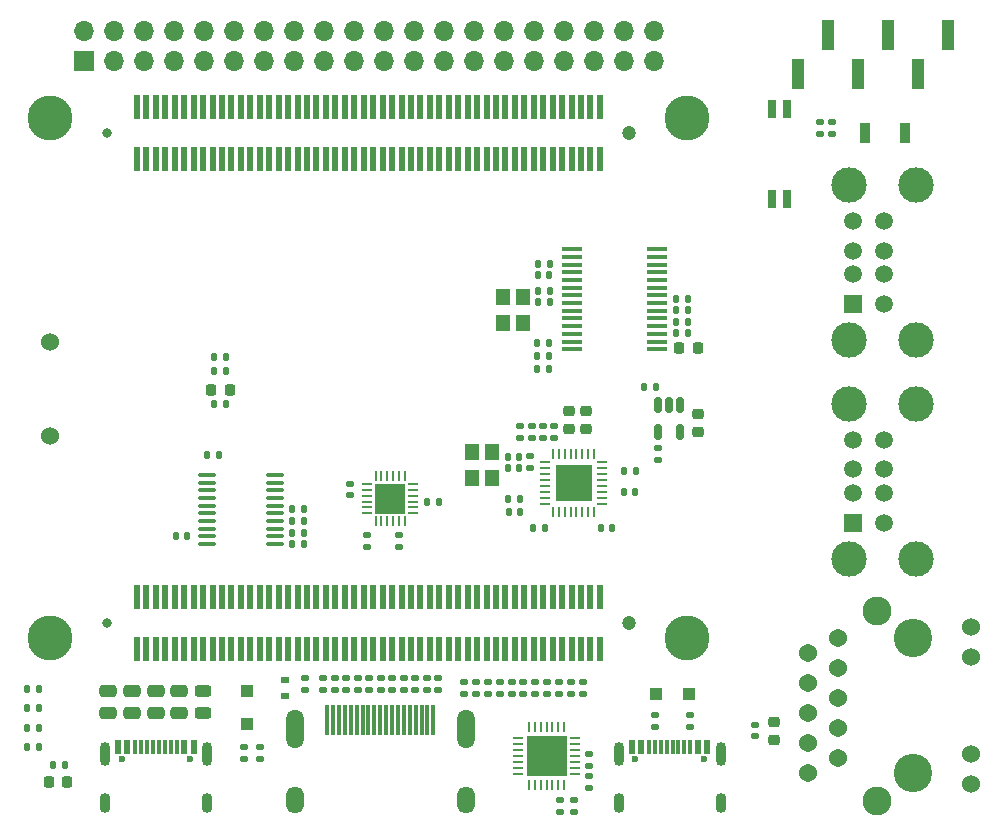
<source format=gbr>
G04 #@! TF.GenerationSoftware,KiCad,Pcbnew,7.0.6*
G04 #@! TF.CreationDate,2023-07-28T17:18:53+08:00*
G04 #@! TF.ProjectId,ZYNQ7000_MINIMB,5a594e51-3730-4303-905f-4d494e494d42,rev?*
G04 #@! TF.SameCoordinates,Original*
G04 #@! TF.FileFunction,Soldermask,Top*
G04 #@! TF.FilePolarity,Negative*
%FSLAX46Y46*%
G04 Gerber Fmt 4.6, Leading zero omitted, Abs format (unit mm)*
G04 Created by KiCad (PCBNEW 7.0.6) date 2023-07-28 17:18:53*
%MOMM*%
%LPD*%
G01*
G04 APERTURE LIST*
G04 Aperture macros list*
%AMRoundRect*
0 Rectangle with rounded corners*
0 $1 Rounding radius*
0 $2 $3 $4 $5 $6 $7 $8 $9 X,Y pos of 4 corners*
0 Add a 4 corners polygon primitive as box body*
4,1,4,$2,$3,$4,$5,$6,$7,$8,$9,$2,$3,0*
0 Add four circle primitives for the rounded corners*
1,1,$1+$1,$2,$3*
1,1,$1+$1,$4,$5*
1,1,$1+$1,$6,$7*
1,1,$1+$1,$8,$9*
0 Add four rect primitives between the rounded corners*
20,1,$1+$1,$2,$3,$4,$5,0*
20,1,$1+$1,$4,$5,$6,$7,0*
20,1,$1+$1,$6,$7,$8,$9,0*
20,1,$1+$1,$8,$9,$2,$3,0*%
G04 Aperture macros list end*
%ADD10RoundRect,0.135000X0.185000X-0.135000X0.185000X0.135000X-0.185000X0.135000X-0.185000X-0.135000X0*%
%ADD11RoundRect,0.135000X-0.185000X0.135000X-0.185000X-0.135000X0.185000X-0.135000X0.185000X0.135000X0*%
%ADD12RoundRect,0.135000X0.135000X0.185000X-0.135000X0.185000X-0.135000X-0.185000X0.135000X-0.185000X0*%
%ADD13RoundRect,0.140000X-0.140000X-0.170000X0.140000X-0.170000X0.140000X0.170000X-0.140000X0.170000X0*%
%ADD14R,1.100000X1.100000*%
%ADD15C,3.800000*%
%ADD16C,0.600000*%
%ADD17R,0.600000X1.160000*%
%ADD18R,0.300000X1.160000*%
%ADD19O,0.900000X2.000000*%
%ADD20O,0.900000X1.700000*%
%ADD21RoundRect,0.225000X0.250000X-0.225000X0.250000X0.225000X-0.250000X0.225000X-0.250000X-0.225000X0*%
%ADD22RoundRect,0.135000X-0.135000X-0.185000X0.135000X-0.185000X0.135000X0.185000X-0.135000X0.185000X0*%
%ADD23RoundRect,0.062500X0.062500X-0.350000X0.062500X0.350000X-0.062500X0.350000X-0.062500X-0.350000X0*%
%ADD24RoundRect,0.062500X0.350000X-0.062500X0.350000X0.062500X-0.350000X0.062500X-0.350000X-0.062500X0*%
%ADD25R,2.600000X2.600000*%
%ADD26R,1.750000X0.450000*%
%ADD27RoundRect,0.140000X-0.170000X0.140000X-0.170000X-0.140000X0.170000X-0.140000X0.170000X0.140000X0*%
%ADD28RoundRect,0.062500X0.062500X-0.337500X0.062500X0.337500X-0.062500X0.337500X-0.062500X-0.337500X0*%
%ADD29RoundRect,0.062500X0.337500X-0.062500X0.337500X0.062500X-0.337500X0.062500X-0.337500X-0.062500X0*%
%ADD30R,3.350000X3.350000*%
%ADD31RoundRect,0.225000X-0.250000X0.225000X-0.250000X-0.225000X0.250000X-0.225000X0.250000X0.225000X0*%
%ADD32R,1.700000X1.700000*%
%ADD33O,1.700000X1.700000*%
%ADD34RoundRect,0.140000X0.140000X0.170000X-0.140000X0.170000X-0.140000X-0.170000X0.140000X-0.170000X0*%
%ADD35R,1.200000X1.400000*%
%ADD36RoundRect,0.225000X-0.225000X-0.250000X0.225000X-0.250000X0.225000X0.250000X-0.225000X0.250000X0*%
%ADD37C,1.200000*%
%ADD38C,0.800000*%
%ADD39R,0.500000X2.000000*%
%ADD40RoundRect,0.140000X0.170000X-0.140000X0.170000X0.140000X-0.170000X0.140000X-0.170000X-0.140000X0*%
%ADD41R,0.900000X1.700000*%
%ADD42RoundRect,0.250000X-0.475000X0.250000X-0.475000X-0.250000X0.475000X-0.250000X0.475000X0.250000X0*%
%ADD43RoundRect,0.150000X-0.150000X0.512500X-0.150000X-0.512500X0.150000X-0.512500X0.150000X0.512500X0*%
%ADD44R,0.760000X1.600000*%
%ADD45C,3.250000*%
%ADD46C,1.540000*%
%ADD47C,1.530000*%
%ADD48C,2.445000*%
%ADD49RoundRect,0.062500X0.062500X-0.375000X0.062500X0.375000X-0.062500X0.375000X-0.062500X-0.375000X0*%
%ADD50RoundRect,0.062500X0.375000X-0.062500X0.375000X0.062500X-0.375000X0.062500X-0.375000X-0.062500X0*%
%ADD51R,3.100000X3.100000*%
%ADD52R,0.700000X0.600000*%
%ADD53RoundRect,0.243750X0.456250X-0.243750X0.456250X0.243750X-0.456250X0.243750X-0.456250X-0.243750X0*%
%ADD54R,1.000000X2.510000*%
%ADD55R,0.300000X2.600000*%
%ADD56O,1.500000X3.300000*%
%ADD57O,1.500000X2.300000*%
%ADD58R,1.500000X1.500000*%
%ADD59C,1.500000*%
%ADD60C,3.000000*%
%ADD61RoundRect,0.218750X-0.218750X-0.256250X0.218750X-0.256250X0.218750X0.256250X-0.218750X0.256250X0*%
%ADD62RoundRect,0.100000X0.637500X0.100000X-0.637500X0.100000X-0.637500X-0.100000X0.637500X-0.100000X0*%
%ADD63C,1.524000*%
G04 APERTURE END LIST*
D10*
G04 #@! TO.C,R1*
X109110000Y-109010000D03*
X109110000Y-107990000D03*
G04 #@! TD*
D11*
G04 #@! TO.C,R38*
X100100000Y-107690000D03*
X100100000Y-108710000D03*
G04 #@! TD*
D10*
G04 #@! TO.C,R49*
X90480000Y-114530000D03*
X90480000Y-113510000D03*
G04 #@! TD*
G04 #@! TO.C,R7*
X112125000Y-109010000D03*
X112125000Y-107990000D03*
G04 #@! TD*
D12*
G04 #@! TO.C,R55*
X116290000Y-80430000D03*
X115270000Y-80430000D03*
G04 #@! TD*
D13*
G04 #@! TO.C,C31*
X115345000Y-73575000D03*
X116305000Y-73575000D03*
G04 #@! TD*
D14*
G04 #@! TO.C,D1*
X128150000Y-109050000D03*
X125350000Y-109050000D03*
G04 #@! TD*
D11*
G04 #@! TO.C,R37*
X101075000Y-107690000D03*
X101075000Y-108710000D03*
G04 #@! TD*
D15*
G04 #@! TO.C,H3*
X128000000Y-104250000D03*
G04 #@! TD*
D16*
G04 #@! TO.C,J5*
X123610000Y-114550000D03*
X129390000Y-114550000D03*
D17*
X123300000Y-113490000D03*
X124100000Y-113490000D03*
D18*
X125250000Y-113490000D03*
X126250000Y-113490000D03*
X126750000Y-113490000D03*
X127750000Y-113490000D03*
D17*
X128900000Y-113490000D03*
X129700000Y-113490000D03*
X129700000Y-113490000D03*
X128900000Y-113490000D03*
D18*
X128250000Y-113490000D03*
X127250000Y-113490000D03*
X125750000Y-113490000D03*
X124750000Y-113490000D03*
D17*
X124100000Y-113490000D03*
X123300000Y-113490000D03*
D19*
X122180000Y-114070000D03*
D20*
X122180000Y-118240000D03*
D19*
X130820000Y-114070000D03*
D20*
X130820000Y-118240000D03*
G04 #@! TD*
D10*
G04 #@! TO.C,R9*
X111125000Y-109010000D03*
X111125000Y-107990000D03*
G04 #@! TD*
D21*
G04 #@! TO.C,C23*
X117960000Y-86615000D03*
X117960000Y-85065000D03*
G04 #@! TD*
D12*
G04 #@! TO.C,R54*
X128060000Y-76525000D03*
X127040000Y-76525000D03*
G04 #@! TD*
D11*
G04 #@! TO.C,R3*
X119125000Y-107985000D03*
X119125000Y-109005000D03*
G04 #@! TD*
G04 #@! TO.C,R5*
X116125000Y-107985000D03*
X116125000Y-109005000D03*
G04 #@! TD*
D22*
G04 #@! TO.C,R56*
X115270000Y-79330000D03*
X116290000Y-79330000D03*
G04 #@! TD*
D23*
G04 #@! TO.C,U4*
X101600000Y-94412500D03*
X102100000Y-94412500D03*
X102600000Y-94412500D03*
X103100000Y-94412500D03*
X103600000Y-94412500D03*
X104100000Y-94412500D03*
D24*
X104787500Y-93725000D03*
X104787500Y-93225000D03*
X104787500Y-92725000D03*
X104787500Y-92225000D03*
X104787500Y-91725000D03*
X104787500Y-91225000D03*
D23*
X104100000Y-90537500D03*
X103600000Y-90537500D03*
X103100000Y-90537500D03*
X102600000Y-90537500D03*
X102100000Y-90537500D03*
X101600000Y-90537500D03*
D24*
X100912500Y-91225000D03*
X100912500Y-91725000D03*
X100912500Y-92225000D03*
X100912500Y-92725000D03*
X100912500Y-93225000D03*
X100912500Y-93725000D03*
D25*
X102850000Y-92475000D03*
G04 #@! TD*
D22*
G04 #@! TO.C,R40*
X114900000Y-94970000D03*
X115920000Y-94970000D03*
G04 #@! TD*
D10*
G04 #@! TO.C,R10*
X139240000Y-61610000D03*
X139240000Y-60590000D03*
G04 #@! TD*
D26*
G04 #@! TO.C,U9*
X118250000Y-71375000D03*
X118250000Y-72025000D03*
X118250000Y-72675000D03*
X118250000Y-73325000D03*
X118250000Y-73975000D03*
X118250000Y-74625000D03*
X118250000Y-75275000D03*
X118250000Y-75925000D03*
X118250000Y-76575000D03*
X118250000Y-77225000D03*
X118250000Y-77875000D03*
X118250000Y-78525000D03*
X118250000Y-79175000D03*
X118250000Y-79825000D03*
X125450000Y-79825000D03*
X125450000Y-79175000D03*
X125450000Y-78525000D03*
X125450000Y-77875000D03*
X125450000Y-77225000D03*
X125450000Y-76575000D03*
X125450000Y-75925000D03*
X125450000Y-75275000D03*
X125450000Y-74625000D03*
X125450000Y-73975000D03*
X125450000Y-73325000D03*
X125450000Y-72675000D03*
X125450000Y-72025000D03*
X125450000Y-71375000D03*
G04 #@! TD*
D27*
G04 #@! TO.C,C3*
X119660000Y-115980000D03*
X119660000Y-116940000D03*
G04 #@! TD*
D11*
G04 #@! TO.C,R4*
X115125000Y-107985000D03*
X115125000Y-109005000D03*
G04 #@! TD*
D28*
G04 #@! TO.C,U2*
X114580000Y-116710000D03*
X115080000Y-116710000D03*
X115580000Y-116710000D03*
X116080000Y-116710000D03*
X116580000Y-116710000D03*
X117080000Y-116710000D03*
X117580000Y-116710000D03*
D29*
X118530000Y-115760000D03*
X118530000Y-115260000D03*
X118530000Y-114760000D03*
X118530000Y-114260000D03*
X118530000Y-113760000D03*
X118530000Y-113260000D03*
X118530000Y-112760000D03*
D28*
X117580000Y-111810000D03*
X117080000Y-111810000D03*
X116580000Y-111810000D03*
X116080000Y-111810000D03*
X115580000Y-111810000D03*
X115080000Y-111810000D03*
X114580000Y-111810000D03*
D29*
X113630000Y-112760000D03*
X113630000Y-113260000D03*
X113630000Y-113760000D03*
X113630000Y-114260000D03*
X113630000Y-114760000D03*
X113630000Y-115260000D03*
X113630000Y-115760000D03*
D30*
X116080000Y-114260000D03*
G04 #@! TD*
D31*
G04 #@! TO.C,C22*
X128925000Y-85312500D03*
X128925000Y-86862500D03*
G04 #@! TD*
D10*
G04 #@! TO.C,R12*
X117125000Y-109005000D03*
X117125000Y-107985000D03*
G04 #@! TD*
D32*
G04 #@! TO.C,J10*
X76900000Y-55400000D03*
D33*
X76900000Y-52860000D03*
X79440000Y-55400000D03*
X79440000Y-52860000D03*
X81980000Y-55400000D03*
X81980000Y-52860000D03*
X84520000Y-55400000D03*
X84520000Y-52860000D03*
X87060000Y-55400000D03*
X87060000Y-52860000D03*
X89600000Y-55400000D03*
X89600000Y-52860000D03*
X92140000Y-55400000D03*
X92140000Y-52860000D03*
X94680000Y-55400000D03*
X94680000Y-52860000D03*
X97220000Y-55400000D03*
X97220000Y-52860000D03*
X99760000Y-55400000D03*
X99760000Y-52860000D03*
X102300000Y-55400000D03*
X102300000Y-52860000D03*
X104840000Y-55400000D03*
X104840000Y-52860000D03*
X107380000Y-55400000D03*
X107380000Y-52860000D03*
X109920000Y-55400000D03*
X109920000Y-52860000D03*
X112460000Y-55400000D03*
X112460000Y-52860000D03*
X115000000Y-55400000D03*
X115000000Y-52860000D03*
X117540000Y-55400000D03*
X117540000Y-52860000D03*
X120080000Y-55400000D03*
X120080000Y-52860000D03*
X122620000Y-55400000D03*
X122620000Y-52860000D03*
X125160000Y-55400000D03*
X125160000Y-52860000D03*
G04 #@! TD*
D11*
G04 #@! TO.C,R34*
X104000000Y-107690000D03*
X104000000Y-108710000D03*
G04 #@! TD*
D34*
G04 #@! TO.C,C28*
X116335000Y-75825000D03*
X115375000Y-75825000D03*
G04 #@! TD*
D15*
G04 #@! TO.C,H2*
X74000000Y-60250000D03*
G04 #@! TD*
D22*
G04 #@! TO.C,R57*
X127040000Y-77500000D03*
X128060000Y-77500000D03*
G04 #@! TD*
D11*
G04 #@! TO.C,R47*
X116737500Y-86340000D03*
X116737500Y-87360000D03*
G04 #@! TD*
G04 #@! TO.C,R35*
X103025000Y-107690000D03*
X103025000Y-108710000D03*
G04 #@! TD*
D35*
G04 #@! TO.C,Y2*
X112355000Y-75425000D03*
X112355000Y-77625000D03*
X114055000Y-77625000D03*
X114055000Y-75425000D03*
G04 #@! TD*
D11*
G04 #@! TO.C,R30*
X97175000Y-107690000D03*
X97175000Y-108710000D03*
G04 #@! TD*
D10*
G04 #@! TO.C,R44*
X114812500Y-87360000D03*
X114812500Y-86340000D03*
G04 #@! TD*
D36*
G04 #@! TO.C,C30*
X127325000Y-79700000D03*
X128875000Y-79700000D03*
G04 #@! TD*
D22*
G04 #@! TO.C,R25*
X94490000Y-96325000D03*
X95510000Y-96325000D03*
G04 #@! TD*
D11*
G04 #@! TO.C,R28*
X99125000Y-107690000D03*
X99125000Y-108710000D03*
G04 #@! TD*
G04 #@! TO.C,R36*
X102050000Y-107690000D03*
X102050000Y-108710000D03*
G04 #@! TD*
D13*
G04 #@! TO.C,C18*
X122650000Y-91880000D03*
X123610000Y-91880000D03*
G04 #@! TD*
D34*
G04 #@! TO.C,C26*
X113760000Y-88930000D03*
X112800000Y-88930000D03*
G04 #@! TD*
D36*
G04 #@! TO.C,C12*
X87710000Y-83300000D03*
X89260000Y-83300000D03*
G04 #@! TD*
D11*
G04 #@! TO.C,R32*
X105950000Y-107690000D03*
X105950000Y-108710000D03*
G04 #@! TD*
D13*
G04 #@! TO.C,C16*
X94550000Y-95360000D03*
X95510000Y-95360000D03*
G04 #@! TD*
D15*
G04 #@! TO.C,H4*
X74000000Y-104250000D03*
G04 #@! TD*
D37*
G04 #@! TO.C,J2*
X123100000Y-61500000D03*
D38*
X78900000Y-61500000D03*
D39*
X120600000Y-59300000D03*
X120600000Y-63700000D03*
X119800000Y-59300000D03*
X119800000Y-63700000D03*
X119000000Y-59300000D03*
X119000000Y-63700000D03*
X118200000Y-59300000D03*
X118200000Y-63700000D03*
X117400000Y-59300000D03*
X117400000Y-63700000D03*
X116600000Y-59300000D03*
X116600000Y-63700000D03*
X115800000Y-59300000D03*
X115800000Y-63700000D03*
X115000000Y-59300000D03*
X115000000Y-63700000D03*
X114200000Y-59300000D03*
X114200000Y-63700000D03*
X113400000Y-59300000D03*
X113400000Y-63700000D03*
X112600000Y-59300000D03*
X112600000Y-63700000D03*
X111800000Y-59300000D03*
X111800000Y-63700000D03*
X111000000Y-59300000D03*
X111000000Y-63700000D03*
X110200000Y-59300000D03*
X110200000Y-63700000D03*
X109400000Y-59300000D03*
X109400000Y-63700000D03*
X108600000Y-59300000D03*
X108600000Y-63700000D03*
X107800000Y-59300000D03*
X107800000Y-63700000D03*
X107000000Y-59300000D03*
X107000000Y-63700000D03*
X106200000Y-59300000D03*
X106200000Y-63700000D03*
X105400000Y-59300000D03*
X105400000Y-63700000D03*
X104600000Y-59300000D03*
X104600000Y-63700000D03*
X103800000Y-59300000D03*
X103800000Y-63700000D03*
X103000000Y-59300000D03*
X103000000Y-63700000D03*
X102200000Y-59300000D03*
X102200000Y-63700000D03*
X101400000Y-59300000D03*
X101400000Y-63700000D03*
X100600000Y-59300000D03*
X100600000Y-63700000D03*
X99800000Y-59300000D03*
X99800000Y-63700000D03*
X99000000Y-59300000D03*
X99000000Y-63700000D03*
X98200000Y-59300000D03*
X98200000Y-63700000D03*
X97400000Y-59300000D03*
X97400000Y-63700000D03*
X96600000Y-59300000D03*
X96600000Y-63700000D03*
X95800000Y-59300000D03*
X95800000Y-63700000D03*
X95000000Y-59300000D03*
X95000000Y-63700000D03*
X94200000Y-59300000D03*
X94200000Y-63700000D03*
X93400000Y-59300000D03*
X93400000Y-63700000D03*
X92600000Y-59300000D03*
X92600000Y-63700000D03*
X91800000Y-59300000D03*
X91800000Y-63700000D03*
X91000000Y-59300000D03*
X91000000Y-63700000D03*
X90200000Y-59300000D03*
X90200000Y-63700000D03*
X89400000Y-59300000D03*
X89400000Y-63700000D03*
X88600000Y-59300000D03*
X88600000Y-63700000D03*
X87800000Y-59300000D03*
X87800000Y-63700000D03*
X87000000Y-59300000D03*
X87000000Y-63700000D03*
X86200000Y-59300000D03*
X86200000Y-63700000D03*
X85400000Y-59300000D03*
X85400000Y-63700000D03*
X84600000Y-59300000D03*
X84600000Y-63700000D03*
X83800000Y-59300000D03*
X83800000Y-63700000D03*
X83000000Y-59300000D03*
X83000000Y-63700000D03*
X82200000Y-59300000D03*
X82200000Y-63700000D03*
X81400000Y-59300000D03*
X81400000Y-63700000D03*
G04 #@! TD*
D14*
G04 #@! TO.C,D3*
X90750000Y-111550000D03*
X90750000Y-108750000D03*
G04 #@! TD*
D12*
G04 #@! TO.C,R16*
X75332500Y-115060000D03*
X74312500Y-115060000D03*
G04 #@! TD*
D35*
G04 #@! TO.C,Y1*
X111480000Y-90730000D03*
X111480000Y-88530000D03*
X109780000Y-88530000D03*
X109780000Y-90730000D03*
G04 #@! TD*
D40*
G04 #@! TO.C,C1*
X133740000Y-112610000D03*
X133740000Y-111650000D03*
G04 #@! TD*
D13*
G04 #@! TO.C,C29*
X115300000Y-81530000D03*
X116260000Y-81530000D03*
G04 #@! TD*
D10*
G04 #@! TO.C,R8*
X114125000Y-109010000D03*
X114125000Y-107990000D03*
G04 #@! TD*
D11*
G04 #@! TO.C,R29*
X98150000Y-107690000D03*
X98150000Y-108710000D03*
G04 #@! TD*
D37*
G04 #@! TO.C,J1*
X123100000Y-103000000D03*
D38*
X78900000Y-103000000D03*
D39*
X120600000Y-100800000D03*
X120600000Y-105200000D03*
X119800000Y-100800000D03*
X119800000Y-105200000D03*
X119000000Y-100800000D03*
X119000000Y-105200000D03*
X118200000Y-100800000D03*
X118200000Y-105200000D03*
X117400000Y-100800000D03*
X117400000Y-105200000D03*
X116600000Y-100800000D03*
X116600000Y-105200000D03*
X115800000Y-100800000D03*
X115800000Y-105200000D03*
X115000000Y-100800000D03*
X115000000Y-105200000D03*
X114200000Y-100800000D03*
X114200000Y-105200000D03*
X113400000Y-100800000D03*
X113400000Y-105200000D03*
X112600000Y-100800000D03*
X112600000Y-105200000D03*
X111800000Y-100800000D03*
X111800000Y-105200000D03*
X111000000Y-100800000D03*
X111000000Y-105200000D03*
X110200000Y-100800000D03*
X110200000Y-105200000D03*
X109400000Y-100800000D03*
X109400000Y-105200000D03*
X108600000Y-100800000D03*
X108600000Y-105200000D03*
X107800000Y-100800000D03*
X107800000Y-105200000D03*
X107000000Y-100800000D03*
X107000000Y-105200000D03*
X106200000Y-100800000D03*
X106200000Y-105200000D03*
X105400000Y-100800000D03*
X105400000Y-105200000D03*
X104600000Y-100800000D03*
X104600000Y-105200000D03*
X103800000Y-100800000D03*
X103800000Y-105200000D03*
X103000000Y-100800000D03*
X103000000Y-105200000D03*
X102200000Y-100800000D03*
X102200000Y-105200000D03*
X101400000Y-100800000D03*
X101400000Y-105200000D03*
X100600000Y-100800000D03*
X100600000Y-105200000D03*
X99800000Y-100800000D03*
X99800000Y-105200000D03*
X99000000Y-100800000D03*
X99000000Y-105200000D03*
X98200000Y-100800000D03*
X98200000Y-105200000D03*
X97400000Y-100800000D03*
X97400000Y-105200000D03*
X96600000Y-100800000D03*
X96600000Y-105200000D03*
X95800000Y-100800000D03*
X95800000Y-105200000D03*
X95000000Y-100800000D03*
X95000000Y-105200000D03*
X94200000Y-100800000D03*
X94200000Y-105200000D03*
X93400000Y-100800000D03*
X93400000Y-105200000D03*
X92600000Y-100800000D03*
X92600000Y-105200000D03*
X91800000Y-100800000D03*
X91800000Y-105200000D03*
X91000000Y-100800000D03*
X91000000Y-105200000D03*
X90200000Y-100800000D03*
X90200000Y-105200000D03*
X89400000Y-100800000D03*
X89400000Y-105200000D03*
X88600000Y-100800000D03*
X88600000Y-105200000D03*
X87800000Y-100800000D03*
X87800000Y-105200000D03*
X87000000Y-100800000D03*
X87000000Y-105200000D03*
X86200000Y-100800000D03*
X86200000Y-105200000D03*
X85400000Y-100800000D03*
X85400000Y-105200000D03*
X84600000Y-100800000D03*
X84600000Y-105200000D03*
X83800000Y-100800000D03*
X83800000Y-105200000D03*
X83000000Y-100800000D03*
X83000000Y-105200000D03*
X82200000Y-100800000D03*
X82200000Y-105200000D03*
X81400000Y-100800000D03*
X81400000Y-105200000D03*
G04 #@! TD*
D41*
G04 #@! TO.C,SW2*
X146430000Y-61530000D03*
X143030000Y-61530000D03*
G04 #@! TD*
D42*
G04 #@! TO.C,C7*
X78980000Y-108730000D03*
X78980000Y-110630000D03*
G04 #@! TD*
D43*
G04 #@! TO.C,U8*
X127400000Y-84575000D03*
X126450000Y-84575000D03*
X125500000Y-84575000D03*
X125500000Y-86850000D03*
X127400000Y-86850000D03*
G04 #@! TD*
D34*
G04 #@! TO.C,C17*
X85680000Y-95680000D03*
X84720000Y-95680000D03*
G04 #@! TD*
D11*
G04 #@! TO.C,R15*
X128250000Y-110790000D03*
X128250000Y-111810000D03*
G04 #@! TD*
D44*
G04 #@! TO.C,SW1*
X135165000Y-67110000D03*
X136435000Y-67110000D03*
X136435000Y-59490000D03*
X135165000Y-59490000D03*
G04 #@! TD*
D13*
G04 #@! TO.C,C24*
X122660000Y-90170000D03*
X123620000Y-90170000D03*
G04 #@! TD*
D12*
G04 #@! TO.C,R53*
X128060000Y-75550000D03*
X127040000Y-75550000D03*
G04 #@! TD*
D21*
G04 #@! TO.C,C2*
X135340000Y-112905000D03*
X135340000Y-111355000D03*
G04 #@! TD*
D34*
G04 #@! TO.C,C25*
X113760000Y-89855000D03*
X112800000Y-89855000D03*
G04 #@! TD*
D45*
G04 #@! TO.C,U1*
X147096000Y-104285000D03*
X147096000Y-115715000D03*
D46*
X138206000Y-115715000D03*
X140746000Y-114445000D03*
X138206000Y-113175000D03*
X140746000Y-111905000D03*
X138206000Y-110635000D03*
X140746000Y-109365000D03*
X138206000Y-108095000D03*
X140746000Y-106825000D03*
X138206000Y-105555000D03*
X140746000Y-104285000D03*
D47*
X151996000Y-103375000D03*
X151996000Y-105915000D03*
X151996000Y-114085000D03*
X151996000Y-116625000D03*
D48*
X144046000Y-101950000D03*
X144046000Y-118050000D03*
G04 #@! TD*
D11*
G04 #@! TO.C,R39*
X95600000Y-107690000D03*
X95600000Y-108710000D03*
G04 #@! TD*
D27*
G04 #@! TO.C,C11*
X99470000Y-91245000D03*
X99470000Y-92205000D03*
G04 #@! TD*
G04 #@! TO.C,C4*
X117240000Y-118010000D03*
X117240000Y-118970000D03*
G04 #@! TD*
D10*
G04 #@! TO.C,R18*
X119660000Y-115105000D03*
X119660000Y-114085000D03*
G04 #@! TD*
D40*
G04 #@! TO.C,C10*
X103600000Y-96555000D03*
X103600000Y-95595000D03*
G04 #@! TD*
D10*
G04 #@! TO.C,R43*
X115772500Y-87360000D03*
X115772500Y-86340000D03*
G04 #@! TD*
D22*
G04 #@! TO.C,R51*
X115315000Y-72625000D03*
X116335000Y-72625000D03*
G04 #@! TD*
D49*
G04 #@! TO.C,U7*
X116612500Y-93587500D03*
X117112500Y-93587500D03*
X117612500Y-93587500D03*
X118112500Y-93587500D03*
X118612500Y-93587500D03*
X119112500Y-93587500D03*
X119612500Y-93587500D03*
X120112500Y-93587500D03*
D50*
X120800000Y-92900000D03*
X120800000Y-92400000D03*
X120800000Y-91900000D03*
X120800000Y-91400000D03*
X120800000Y-90900000D03*
X120800000Y-90400000D03*
X120800000Y-89900000D03*
X120800000Y-89400000D03*
D49*
X120112500Y-88712500D03*
X119612500Y-88712500D03*
X119112500Y-88712500D03*
X118612500Y-88712500D03*
X118112500Y-88712500D03*
X117612500Y-88712500D03*
X117112500Y-88712500D03*
X116612500Y-88712500D03*
D50*
X115925000Y-89400000D03*
X115925000Y-89900000D03*
X115925000Y-90400000D03*
X115925000Y-90900000D03*
X115925000Y-91400000D03*
X115925000Y-91900000D03*
X115925000Y-92400000D03*
X115925000Y-92900000D03*
D51*
X118362500Y-91150000D03*
G04 #@! TD*
D52*
G04 #@! TO.C,D2*
X93950000Y-107800000D03*
X93950000Y-109200000D03*
G04 #@! TD*
D11*
G04 #@! TO.C,R31*
X106925000Y-107690000D03*
X106925000Y-108710000D03*
G04 #@! TD*
D22*
G04 #@! TO.C,R24*
X87910000Y-80527500D03*
X88930000Y-80527500D03*
G04 #@! TD*
D11*
G04 #@! TO.C,R46*
X114680000Y-88845000D03*
X114680000Y-89865000D03*
G04 #@! TD*
D10*
G04 #@! TO.C,R50*
X91800000Y-114510000D03*
X91800000Y-113490000D03*
G04 #@! TD*
D53*
G04 #@! TO.C,F1*
X86980000Y-110637500D03*
X86980000Y-108762500D03*
G04 #@! TD*
D22*
G04 #@! TO.C,R21*
X87910000Y-81700000D03*
X88930000Y-81700000D03*
G04 #@! TD*
D34*
G04 #@! TO.C,C27*
X116335000Y-74875000D03*
X115375000Y-74875000D03*
G04 #@! TD*
D54*
G04 #@! TO.C,J3*
X137340000Y-56500000D03*
X139880000Y-53190000D03*
X142420000Y-56500000D03*
X144960000Y-53190000D03*
X147500000Y-56500000D03*
X150040000Y-53190000D03*
G04 #@! TD*
D12*
G04 #@! TO.C,R23*
X107010000Y-92725000D03*
X105990000Y-92725000D03*
G04 #@! TD*
G04 #@! TO.C,R22*
X88350000Y-88810000D03*
X87330000Y-88810000D03*
G04 #@! TD*
G04 #@! TO.C,R52*
X128060000Y-78450000D03*
X127040000Y-78450000D03*
G04 #@! TD*
D11*
G04 #@! TO.C,R41*
X113862500Y-86340000D03*
X113862500Y-87360000D03*
G04 #@! TD*
D12*
G04 #@! TO.C,R58*
X73120000Y-108600000D03*
X72100000Y-108600000D03*
G04 #@! TD*
D10*
G04 #@! TO.C,R13*
X118125000Y-109005000D03*
X118125000Y-107985000D03*
G04 #@! TD*
D11*
G04 #@! TO.C,R14*
X125250000Y-110790000D03*
X125250000Y-111810000D03*
G04 #@! TD*
D34*
G04 #@! TO.C,C19*
X113850000Y-93590000D03*
X112890000Y-93590000D03*
G04 #@! TD*
D55*
G04 #@! TO.C,J6*
X106500000Y-111240000D03*
X106000000Y-111240000D03*
X105500000Y-111240000D03*
X105000000Y-111240000D03*
X104500000Y-111240000D03*
X104000000Y-111240000D03*
X103500000Y-111240000D03*
X103000000Y-111240000D03*
X102500000Y-111240000D03*
X102000000Y-111240000D03*
X101500000Y-111240000D03*
X101000000Y-111240000D03*
X100500000Y-111240000D03*
X100000000Y-111240000D03*
X99500000Y-111240000D03*
X99000000Y-111240000D03*
X98500000Y-111240000D03*
X98000000Y-111240000D03*
X97500000Y-111240000D03*
D56*
X94750000Y-112000000D03*
D57*
X94750000Y-117960000D03*
D56*
X109250000Y-112000000D03*
D57*
X109250000Y-117960000D03*
G04 #@! TD*
D12*
G04 #@! TO.C,R59*
X73120000Y-113510000D03*
X72100000Y-113510000D03*
G04 #@! TD*
D13*
G04 #@! TO.C,C21*
X120680000Y-94970000D03*
X121640000Y-94970000D03*
G04 #@! TD*
D10*
G04 #@! TO.C,R20*
X100850000Y-96585000D03*
X100850000Y-95565000D03*
G04 #@! TD*
G04 #@! TO.C,R2*
X110110000Y-109010000D03*
X110110000Y-107990000D03*
G04 #@! TD*
D42*
G04 #@! TO.C,C8*
X82980000Y-108730000D03*
X82980000Y-110630000D03*
G04 #@! TD*
D10*
G04 #@! TO.C,R45*
X125500000Y-89220000D03*
X125500000Y-88200000D03*
G04 #@! TD*
D12*
G04 #@! TO.C,R17*
X73120000Y-110236667D03*
X72100000Y-110236667D03*
G04 #@! TD*
D58*
G04 #@! TO.C,J8*
X142000000Y-94500000D03*
D59*
X142000000Y-92000000D03*
X142000000Y-90000000D03*
X142000000Y-87500000D03*
X144620000Y-94500000D03*
X144620000Y-92000000D03*
X144620000Y-90000000D03*
X144620000Y-87500000D03*
D60*
X141650000Y-97570000D03*
X147330000Y-97570000D03*
X141650000Y-84430000D03*
X147330000Y-84430000D03*
G04 #@! TD*
D22*
G04 #@! TO.C,R27*
X94510000Y-93390000D03*
X95530000Y-93390000D03*
G04 #@! TD*
D16*
G04 #@! TO.C,J9*
X80110000Y-114550000D03*
X85890000Y-114550000D03*
D17*
X79800000Y-113490000D03*
X80600000Y-113490000D03*
D18*
X81750000Y-113490000D03*
X82750000Y-113490000D03*
X83250000Y-113490000D03*
X84250000Y-113490000D03*
D17*
X85400000Y-113490000D03*
X86200000Y-113490000D03*
X86200000Y-113490000D03*
X85400000Y-113490000D03*
D18*
X84750000Y-113490000D03*
X83750000Y-113490000D03*
X82250000Y-113490000D03*
X81250000Y-113490000D03*
D17*
X80600000Y-113490000D03*
X79800000Y-113490000D03*
D19*
X78680000Y-114070000D03*
D20*
X78680000Y-118240000D03*
D19*
X87320000Y-114070000D03*
D20*
X87320000Y-118240000D03*
G04 #@! TD*
D12*
G04 #@! TO.C,R48*
X125310000Y-83050000D03*
X124290000Y-83050000D03*
G04 #@! TD*
D61*
G04 #@! TO.C,D4*
X73912500Y-116500000D03*
X75487500Y-116500000D03*
G04 #@! TD*
D10*
G04 #@! TO.C,R11*
X140270000Y-61610000D03*
X140270000Y-60590000D03*
G04 #@! TD*
D58*
G04 #@! TO.C,J11*
X142000000Y-76000000D03*
D59*
X142000000Y-73500000D03*
X142000000Y-71500000D03*
X142000000Y-69000000D03*
X144620000Y-76000000D03*
X144620000Y-73500000D03*
X144620000Y-71500000D03*
X144620000Y-69000000D03*
D60*
X141650000Y-79070000D03*
X147330000Y-79070000D03*
X141650000Y-65930000D03*
X147330000Y-65930000D03*
G04 #@! TD*
D27*
G04 #@! TO.C,C9*
X118440000Y-118010000D03*
X118440000Y-118970000D03*
G04 #@! TD*
D10*
G04 #@! TO.C,R6*
X113125000Y-109010000D03*
X113125000Y-107990000D03*
G04 #@! TD*
D21*
G04 #@! TO.C,C20*
X119435000Y-86615000D03*
X119435000Y-85065000D03*
G04 #@! TD*
D12*
G04 #@! TO.C,R42*
X113860000Y-92490000D03*
X112840000Y-92490000D03*
G04 #@! TD*
D62*
G04 #@! TO.C,U6*
X93062500Y-96325000D03*
X93062500Y-95675000D03*
X93062500Y-95025000D03*
X93062500Y-94375000D03*
X93062500Y-93725000D03*
X93062500Y-93075000D03*
X93062500Y-92425000D03*
X93062500Y-91775000D03*
X93062500Y-91125000D03*
X93062500Y-90475000D03*
X87337500Y-90475000D03*
X87337500Y-91125000D03*
X87337500Y-91775000D03*
X87337500Y-92425000D03*
X87337500Y-93075000D03*
X87337500Y-93725000D03*
X87337500Y-94375000D03*
X87337500Y-95025000D03*
X87337500Y-95675000D03*
X87337500Y-96325000D03*
G04 #@! TD*
D15*
G04 #@! TO.C,H1*
X128000000Y-60250000D03*
G04 #@! TD*
D22*
G04 #@! TO.C,R26*
X94510000Y-94380000D03*
X95530000Y-94380000D03*
G04 #@! TD*
D42*
G04 #@! TO.C,C6*
X80980000Y-108730000D03*
X80980000Y-110630000D03*
G04 #@! TD*
D11*
G04 #@! TO.C,R33*
X104975000Y-107690000D03*
X104975000Y-108710000D03*
G04 #@! TD*
D42*
G04 #@! TO.C,C5*
X84980000Y-108730000D03*
X84980000Y-110630000D03*
G04 #@! TD*
D12*
G04 #@! TO.C,R19*
X73120000Y-111873332D03*
X72100000Y-111873332D03*
G04 #@! TD*
D13*
G04 #@! TO.C,C13*
X87955000Y-84500000D03*
X88915000Y-84500000D03*
G04 #@! TD*
D63*
G04 #@! TO.C,U5*
X74010000Y-87200000D03*
X74010000Y-79200000D03*
G04 #@! TD*
M02*

</source>
